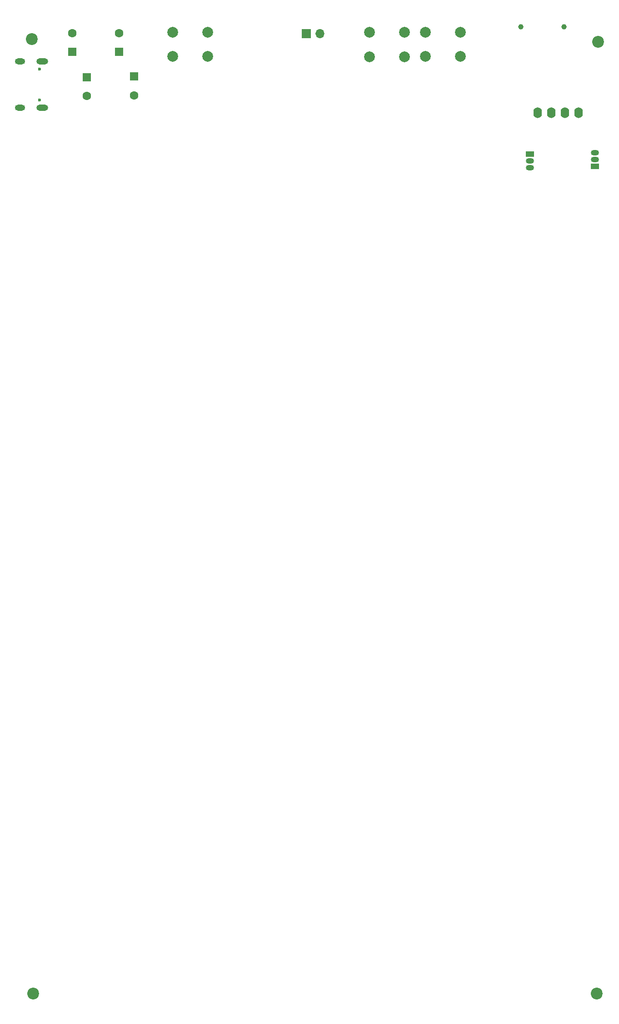
<source format=gbr>
%TF.GenerationSoftware,KiCad,Pcbnew,8.0.8*%
%TF.CreationDate,2025-01-24T10:54:45+05:30*%
%TF.ProjectId,heatPlate,68656174-506c-4617-9465-2e6b69636164,rev?*%
%TF.SameCoordinates,Original*%
%TF.FileFunction,Soldermask,Bot*%
%TF.FilePolarity,Negative*%
%FSLAX46Y46*%
G04 Gerber Fmt 4.6, Leading zero omitted, Abs format (unit mm)*
G04 Created by KiCad (PCBNEW 8.0.8) date 2025-01-24 10:54:45*
%MOMM*%
%LPD*%
G01*
G04 APERTURE LIST*
%ADD10C,1.000000*%
%ADD11C,0.600000*%
%ADD12O,2.204000X1.104000*%
%ADD13O,1.904000X1.104000*%
%ADD14C,2.000000*%
%ADD15R,1.600000X1.600000*%
%ADD16C,1.600000*%
%ADD17R,1.700000X1.700000*%
%ADD18O,1.700000X1.700000*%
%ADD19C,2.200000*%
%ADD20O,1.600000X2.000000*%
%ADD21R,1.500000X1.050000*%
%ADD22O,1.500000X1.050000*%
G04 APERTURE END LIST*
D10*
%TO.C,J2*%
X164350000Y-47500000D03*
X156350000Y-47500000D03*
%TD*%
D11*
%TO.C,J4*%
X66680000Y-55360000D03*
X66680000Y-61140000D03*
D12*
X67170000Y-53925000D03*
X67170000Y-62575000D03*
D13*
X63000000Y-53925000D03*
X63000000Y-62575000D03*
%TD*%
D14*
%TO.C,SW2*%
X145050000Y-53000000D03*
X138550000Y-53000000D03*
X145050000Y-48500000D03*
X138550000Y-48500000D03*
%TD*%
D15*
%TO.C,C11*%
X84250000Y-56750000D03*
D16*
X84250000Y-60250000D03*
%TD*%
D17*
%TO.C,J1*%
X116400000Y-48800000D03*
D18*
X118940000Y-48800000D03*
%TD*%
D19*
%TO.C,H4*%
X65480000Y-227610000D03*
%TD*%
%TO.C,H2*%
X65250000Y-49750000D03*
%TD*%
D15*
%TO.C,C13*%
X75500000Y-56900000D03*
D16*
X75500000Y-60400000D03*
%TD*%
D14*
%TO.C,SW1*%
X134650000Y-53050000D03*
X128150000Y-53050000D03*
X134650000Y-48550000D03*
X128150000Y-48550000D03*
%TD*%
D15*
%TO.C,C14*%
X81500000Y-52152651D03*
D16*
X81500000Y-48652651D03*
%TD*%
D20*
%TO.C,OLED1*%
X167080000Y-63500000D03*
X164540000Y-63500000D03*
X162000000Y-63500000D03*
X159460000Y-63500000D03*
%TD*%
D14*
%TO.C,SW3*%
X98000000Y-53000000D03*
X91500000Y-53000000D03*
X98000000Y-48500000D03*
X91500000Y-48500000D03*
%TD*%
D21*
%TO.C,TEMP3*%
X170160000Y-73470000D03*
D22*
X170160000Y-72200000D03*
X170160000Y-70930000D03*
%TD*%
D15*
%TO.C,C16*%
X72750000Y-52152651D03*
D16*
X72750000Y-48652651D03*
%TD*%
D19*
%TO.C,H3*%
X170480000Y-227610000D03*
%TD*%
%TO.C,H1*%
X170750000Y-50250000D03*
%TD*%
D21*
%TO.C,TEMP1*%
X158000000Y-71230000D03*
D22*
X158000000Y-72500000D03*
X158000000Y-73770000D03*
%TD*%
M02*

</source>
